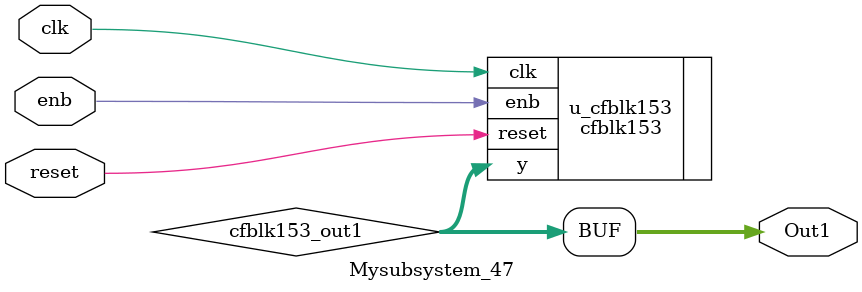
<source format=v>



`timescale 1 ns / 1 ns

module Mysubsystem_47
          (clk,
           reset,
           enb,
           Out1);


  input   clk;
  input   reset;
  input   enb;
  output  [7:0] Out1;  // uint8


  wire [7:0] cfblk153_out1;  // uint8


  cfblk153 u_cfblk153 (.clk(clk),
                       .reset(reset),
                       .enb(enb),
                       .y(cfblk153_out1)  // uint8
                       );

  assign Out1 = cfblk153_out1;

endmodule  // Mysubsystem_47


</source>
